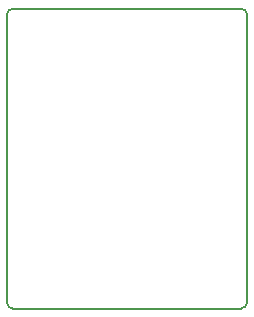
<source format=gbr>
G04 start of page 4 for group 2 idx 2 *
G04 Title: (unknown), outline *
G04 Creator: pcb 20110918 *
G04 CreationDate: Thu Aug 15 05:27:38 2013 UTC *
G04 For: mokus *
G04 Format: Gerber/RS-274X *
G04 PCB-Dimensions: 80000 100000 *
G04 PCB-Coordinate-Origin: lower left *
%MOIN*%
%FSLAX25Y25*%
%LNOUTLINE*%
%ADD107C,0.0060*%
G54D107*X0Y2000D02*Y98000D01*
X2000Y100000D02*X78000D01*
X80000Y98000D02*Y2000D01*
X78000Y0D02*X2000D01*
X2000D02*G75*G02X0Y2000I0J2000D01*G01*
X2000Y100000D02*G75*G03X0Y98000I0J-2000D01*G01*
X78000Y100000D02*G75*G02X80000Y98000I0J-2000D01*G01*
Y2000D02*G75*G02X78000Y0I-2000J0D01*G01*
M02*

</source>
